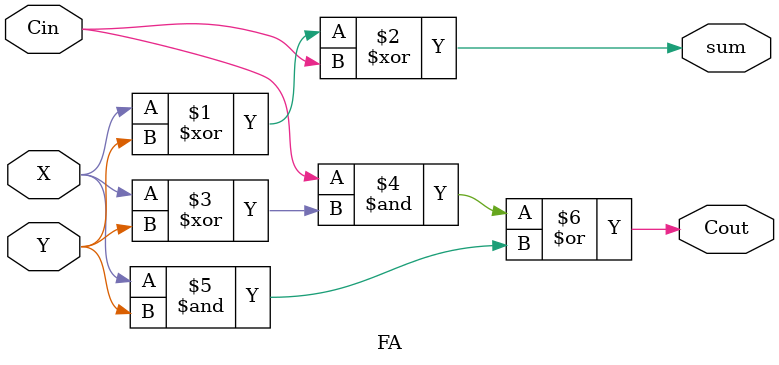
<source format=v>
module FA (X,Y,Cin,sum,Cout);
	input X,Y,Cin;
	output sum,Cout;
	assign sum = X^Y^Cin;
	assign Cout = Cin&(X^Y)|(X&Y);
endmodule
</source>
